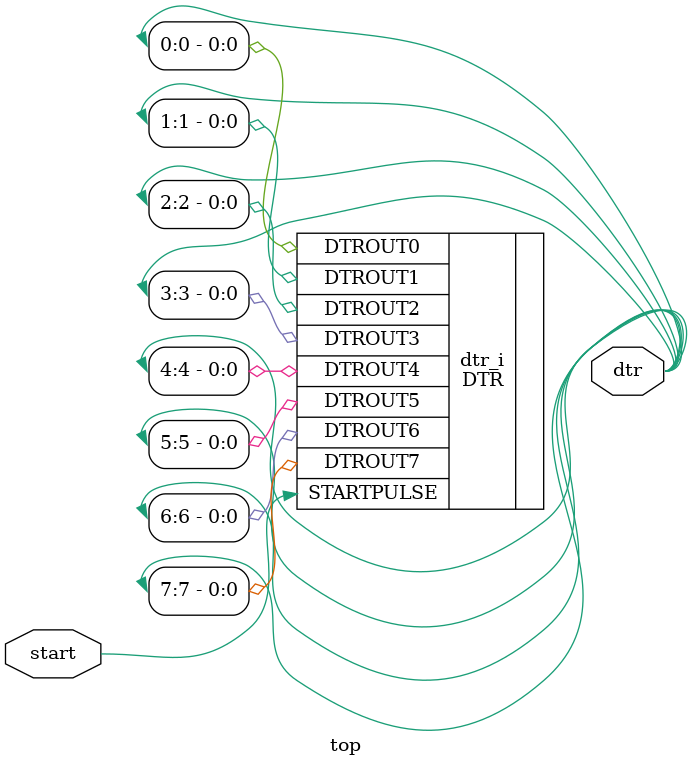
<source format=v>
module top(input start, output [7:0] dtr);

DTR dtr_i(
	.STARTPULSE(start),
	.DTROUT7(dtr[7]),
	.DTROUT6(dtr[6]),
	.DTROUT5(dtr[5]),
	.DTROUT4(dtr[4]),
	.DTROUT3(dtr[3]),
	.DTROUT2(dtr[2]),
	.DTROUT1(dtr[1]),
	.DTROUT0(dtr[0])
);

endmodule

</source>
